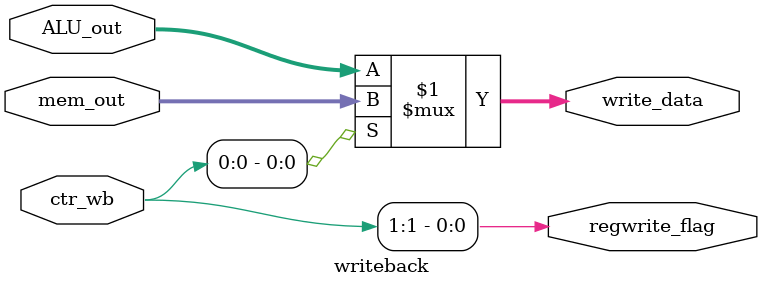
<source format=v>
module writeback(	// file.cleaned.mlir:2:3
  input  [1:0]  ctr_wb,	// file.cleaned.mlir:2:27
  input  [31:0] mem_out,	// file.cleaned.mlir:2:44
                ALU_out,	// file.cleaned.mlir:2:63
  output [31:0] write_data,	// file.cleaned.mlir:2:83
  output        regwrite_flag	// file.cleaned.mlir:2:105
);

  assign write_data = ctr_wb[0] ? mem_out : ALU_out;	// file.cleaned.mlir:3:10, :5:10, :6:5
  assign regwrite_flag = ctr_wb[1];	// file.cleaned.mlir:4:10, :6:5
endmodule


</source>
